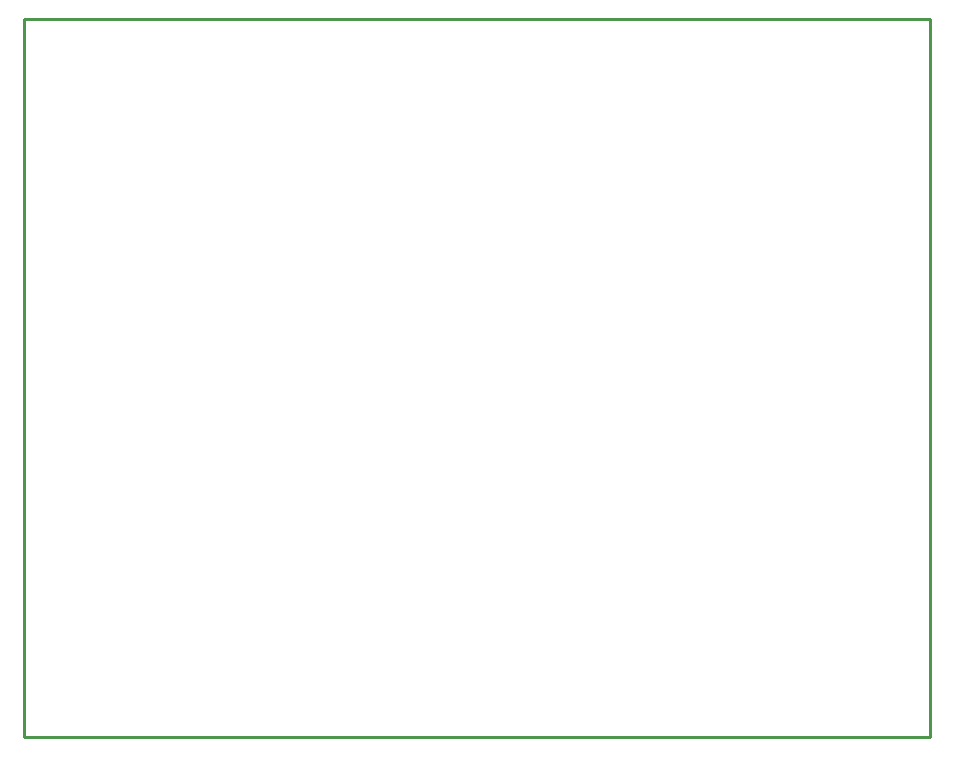
<source format=gko>
G04*
G04 #@! TF.GenerationSoftware,Altium Limited,Altium Designer,21.1.1 (26)*
G04*
G04 Layer_Color=16711935*
%FSLAX42Y42*%
%MOMM*%
G71*
G04*
G04 #@! TF.SameCoordinates,0D4DF387-93E8-4759-912B-AE2A25D3863C*
G04*
G04*
G04 #@! TF.FilePolarity,Positive*
G04*
G01*
G75*
%ADD12C,0.25*%
D12*
X0Y0D02*
Y6083D01*
X7671D01*
X7671Y0D01*
X0D02*
X7671D01*
M02*

</source>
